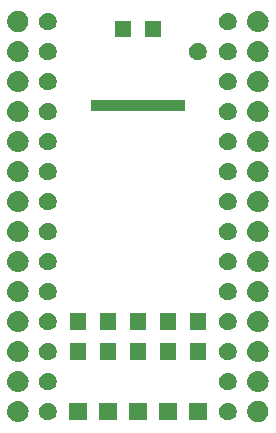
<source format=gts>
G04 #@! TF.GenerationSoftware,KiCad,Pcbnew,(5.1.4)-1*
G04 #@! TF.CreationDate,2019-11-09T18:50:37+08:00*
G04 #@! TF.ProjectId,teensy4_header_breakout,7465656e-7379-4345-9f68-65616465725f,rev?*
G04 #@! TF.SameCoordinates,Original*
G04 #@! TF.FileFunction,Soldermask,Top*
G04 #@! TF.FilePolarity,Negative*
%FSLAX46Y46*%
G04 Gerber Fmt 4.6, Leading zero omitted, Abs format (unit mm)*
G04 Created by KiCad (PCBNEW (5.1.4)-1) date 2019-11-09 18:50:37*
%MOMM*%
%LPD*%
G04 APERTURE LIST*
%ADD10C,0.100000*%
G04 APERTURE END LIST*
D10*
G36*
X170442754Y-113433817D02*
G01*
X170606689Y-113501721D01*
X170754227Y-113600303D01*
X170879697Y-113725773D01*
X170978279Y-113873311D01*
X171046183Y-114037246D01*
X171080800Y-114211279D01*
X171080800Y-114388721D01*
X171046183Y-114562754D01*
X170978279Y-114726689D01*
X170879697Y-114874227D01*
X170754227Y-114999697D01*
X170606689Y-115098279D01*
X170442754Y-115166183D01*
X170268721Y-115200800D01*
X170091279Y-115200800D01*
X169917246Y-115166183D01*
X169753311Y-115098279D01*
X169605773Y-114999697D01*
X169480303Y-114874227D01*
X169381721Y-114726689D01*
X169313817Y-114562754D01*
X169279200Y-114388721D01*
X169279200Y-114211279D01*
X169313817Y-114037246D01*
X169381721Y-113873311D01*
X169480303Y-113725773D01*
X169605773Y-113600303D01*
X169753311Y-113501721D01*
X169917246Y-113433817D01*
X170091279Y-113399200D01*
X170268721Y-113399200D01*
X170442754Y-113433817D01*
X170442754Y-113433817D01*
G37*
G36*
X150036584Y-113412233D02*
G01*
X150036587Y-113412234D01*
X150036588Y-113412234D01*
X150206389Y-113463743D01*
X150253861Y-113489117D01*
X150362881Y-113547389D01*
X150500044Y-113659956D01*
X150612611Y-113797119D01*
X150653336Y-113873311D01*
X150696257Y-113953611D01*
X150734723Y-114080416D01*
X150747767Y-114123416D01*
X150765159Y-114300000D01*
X150747767Y-114476584D01*
X150747766Y-114476587D01*
X150747766Y-114476588D01*
X150696257Y-114646389D01*
X150690807Y-114656585D01*
X150612611Y-114802881D01*
X150500044Y-114940044D01*
X150362881Y-115052611D01*
X150277441Y-115098279D01*
X150206389Y-115136257D01*
X150036588Y-115187766D01*
X150036587Y-115187766D01*
X150036584Y-115187767D01*
X149904255Y-115200800D01*
X149815745Y-115200800D01*
X149683416Y-115187767D01*
X149683413Y-115187766D01*
X149683412Y-115187766D01*
X149513611Y-115136257D01*
X149442559Y-115098279D01*
X149357119Y-115052611D01*
X149219956Y-114940044D01*
X149107389Y-114802881D01*
X149029193Y-114656585D01*
X149023743Y-114646389D01*
X148972234Y-114476588D01*
X148972234Y-114476587D01*
X148972233Y-114476584D01*
X148954841Y-114300000D01*
X148972233Y-114123416D01*
X148985277Y-114080416D01*
X149023743Y-113953611D01*
X149066664Y-113873311D01*
X149107389Y-113797119D01*
X149219956Y-113659956D01*
X149357119Y-113547389D01*
X149466139Y-113489117D01*
X149513611Y-113463743D01*
X149683412Y-113412234D01*
X149683413Y-113412234D01*
X149683416Y-113412233D01*
X149815745Y-113399200D01*
X149904255Y-113399200D01*
X150036584Y-113412233D01*
X150036584Y-113412233D01*
G37*
G36*
X160772800Y-115052800D02*
G01*
X159267200Y-115052800D01*
X159267200Y-113547200D01*
X160772800Y-113547200D01*
X160772800Y-115052800D01*
X160772800Y-115052800D01*
G37*
G36*
X163312800Y-115052800D02*
G01*
X161807200Y-115052800D01*
X161807200Y-113547200D01*
X163312800Y-113547200D01*
X163312800Y-115052800D01*
X163312800Y-115052800D01*
G37*
G36*
X167859584Y-113576130D02*
G01*
X167996585Y-113632877D01*
X168119883Y-113715263D01*
X168224737Y-113820117D01*
X168307123Y-113943415D01*
X168363870Y-114080416D01*
X168392800Y-114225855D01*
X168392800Y-114374145D01*
X168363870Y-114519584D01*
X168307123Y-114656585D01*
X168224737Y-114779883D01*
X168119883Y-114884737D01*
X167996585Y-114967123D01*
X167859584Y-115023870D01*
X167714145Y-115052800D01*
X167565855Y-115052800D01*
X167420416Y-115023870D01*
X167283415Y-114967123D01*
X167160117Y-114884737D01*
X167055263Y-114779883D01*
X166972877Y-114656585D01*
X166916130Y-114519584D01*
X166887200Y-114374145D01*
X166887200Y-114225855D01*
X166916130Y-114080416D01*
X166972877Y-113943415D01*
X167055263Y-113820117D01*
X167160117Y-113715263D01*
X167283415Y-113632877D01*
X167420416Y-113576130D01*
X167565855Y-113547200D01*
X167714145Y-113547200D01*
X167859584Y-113576130D01*
X167859584Y-113576130D01*
G37*
G36*
X165852800Y-115052800D02*
G01*
X164347200Y-115052800D01*
X164347200Y-113547200D01*
X165852800Y-113547200D01*
X165852800Y-115052800D01*
X165852800Y-115052800D01*
G37*
G36*
X152619584Y-113576130D02*
G01*
X152756585Y-113632877D01*
X152879883Y-113715263D01*
X152984737Y-113820117D01*
X153067123Y-113943415D01*
X153123870Y-114080416D01*
X153152800Y-114225855D01*
X153152800Y-114374145D01*
X153123870Y-114519584D01*
X153067123Y-114656585D01*
X152984737Y-114779883D01*
X152879883Y-114884737D01*
X152756585Y-114967123D01*
X152619584Y-115023870D01*
X152474145Y-115052800D01*
X152325855Y-115052800D01*
X152180416Y-115023870D01*
X152043415Y-114967123D01*
X151920117Y-114884737D01*
X151815263Y-114779883D01*
X151732877Y-114656585D01*
X151676130Y-114519584D01*
X151647200Y-114374145D01*
X151647200Y-114225855D01*
X151676130Y-114080416D01*
X151732877Y-113943415D01*
X151815263Y-113820117D01*
X151920117Y-113715263D01*
X152043415Y-113632877D01*
X152180416Y-113576130D01*
X152325855Y-113547200D01*
X152474145Y-113547200D01*
X152619584Y-113576130D01*
X152619584Y-113576130D01*
G37*
G36*
X155692800Y-115052800D02*
G01*
X154187200Y-115052800D01*
X154187200Y-113547200D01*
X155692800Y-113547200D01*
X155692800Y-115052800D01*
X155692800Y-115052800D01*
G37*
G36*
X158232800Y-115052800D02*
G01*
X156727200Y-115052800D01*
X156727200Y-113547200D01*
X158232800Y-113547200D01*
X158232800Y-115052800D01*
X158232800Y-115052800D01*
G37*
G36*
X150036584Y-110872233D02*
G01*
X150036587Y-110872234D01*
X150036588Y-110872234D01*
X150206389Y-110923743D01*
X150253861Y-110949117D01*
X150362881Y-111007389D01*
X150500044Y-111119956D01*
X150612611Y-111257119D01*
X150670883Y-111366139D01*
X150696257Y-111413611D01*
X150734723Y-111540416D01*
X150747767Y-111583416D01*
X150765159Y-111760000D01*
X150747767Y-111936584D01*
X150747766Y-111936587D01*
X150747766Y-111936588D01*
X150696257Y-112106389D01*
X150690807Y-112116585D01*
X150612611Y-112262881D01*
X150500044Y-112400044D01*
X150362881Y-112512611D01*
X150253861Y-112570883D01*
X150206389Y-112596257D01*
X150036588Y-112647766D01*
X150036587Y-112647766D01*
X150036584Y-112647767D01*
X149904255Y-112660800D01*
X149815745Y-112660800D01*
X149683416Y-112647767D01*
X149683413Y-112647766D01*
X149683412Y-112647766D01*
X149513611Y-112596257D01*
X149466139Y-112570883D01*
X149357119Y-112512611D01*
X149219956Y-112400044D01*
X149107389Y-112262881D01*
X149029193Y-112116585D01*
X149023743Y-112106389D01*
X148972234Y-111936588D01*
X148972234Y-111936587D01*
X148972233Y-111936584D01*
X148954841Y-111760000D01*
X148972233Y-111583416D01*
X148985277Y-111540416D01*
X149023743Y-111413611D01*
X149049117Y-111366139D01*
X149107389Y-111257119D01*
X149219956Y-111119956D01*
X149357119Y-111007389D01*
X149466139Y-110949117D01*
X149513611Y-110923743D01*
X149683412Y-110872234D01*
X149683413Y-110872234D01*
X149683416Y-110872233D01*
X149815745Y-110859200D01*
X149904255Y-110859200D01*
X150036584Y-110872233D01*
X150036584Y-110872233D01*
G37*
G36*
X170356584Y-110872233D02*
G01*
X170356587Y-110872234D01*
X170356588Y-110872234D01*
X170526389Y-110923743D01*
X170573861Y-110949117D01*
X170682881Y-111007389D01*
X170820044Y-111119956D01*
X170932611Y-111257119D01*
X170990883Y-111366139D01*
X171016257Y-111413611D01*
X171054723Y-111540416D01*
X171067767Y-111583416D01*
X171085159Y-111760000D01*
X171067767Y-111936584D01*
X171067766Y-111936587D01*
X171067766Y-111936588D01*
X171016257Y-112106389D01*
X171010807Y-112116585D01*
X170932611Y-112262881D01*
X170820044Y-112400044D01*
X170682881Y-112512611D01*
X170573861Y-112570883D01*
X170526389Y-112596257D01*
X170356588Y-112647766D01*
X170356587Y-112647766D01*
X170356584Y-112647767D01*
X170224255Y-112660800D01*
X170135745Y-112660800D01*
X170003416Y-112647767D01*
X170003413Y-112647766D01*
X170003412Y-112647766D01*
X169833611Y-112596257D01*
X169786139Y-112570883D01*
X169677119Y-112512611D01*
X169539956Y-112400044D01*
X169427389Y-112262881D01*
X169349193Y-112116585D01*
X169343743Y-112106389D01*
X169292234Y-111936588D01*
X169292234Y-111936587D01*
X169292233Y-111936584D01*
X169274841Y-111760000D01*
X169292233Y-111583416D01*
X169305277Y-111540416D01*
X169343743Y-111413611D01*
X169369117Y-111366139D01*
X169427389Y-111257119D01*
X169539956Y-111119956D01*
X169677119Y-111007389D01*
X169786139Y-110949117D01*
X169833611Y-110923743D01*
X170003412Y-110872234D01*
X170003413Y-110872234D01*
X170003416Y-110872233D01*
X170135745Y-110859200D01*
X170224255Y-110859200D01*
X170356584Y-110872233D01*
X170356584Y-110872233D01*
G37*
G36*
X152619584Y-111036130D02*
G01*
X152756585Y-111092877D01*
X152879883Y-111175263D01*
X152984737Y-111280117D01*
X153067123Y-111403415D01*
X153123870Y-111540416D01*
X153152800Y-111685855D01*
X153152800Y-111834145D01*
X153123870Y-111979584D01*
X153067123Y-112116585D01*
X152984737Y-112239883D01*
X152879883Y-112344737D01*
X152756585Y-112427123D01*
X152619584Y-112483870D01*
X152474145Y-112512800D01*
X152325855Y-112512800D01*
X152180416Y-112483870D01*
X152043415Y-112427123D01*
X151920117Y-112344737D01*
X151815263Y-112239883D01*
X151732877Y-112116585D01*
X151676130Y-111979584D01*
X151647200Y-111834145D01*
X151647200Y-111685855D01*
X151676130Y-111540416D01*
X151732877Y-111403415D01*
X151815263Y-111280117D01*
X151920117Y-111175263D01*
X152043415Y-111092877D01*
X152180416Y-111036130D01*
X152325855Y-111007200D01*
X152474145Y-111007200D01*
X152619584Y-111036130D01*
X152619584Y-111036130D01*
G37*
G36*
X167859584Y-111036130D02*
G01*
X167996585Y-111092877D01*
X168119883Y-111175263D01*
X168224737Y-111280117D01*
X168307123Y-111403415D01*
X168363870Y-111540416D01*
X168392800Y-111685855D01*
X168392800Y-111834145D01*
X168363870Y-111979584D01*
X168307123Y-112116585D01*
X168224737Y-112239883D01*
X168119883Y-112344737D01*
X167996585Y-112427123D01*
X167859584Y-112483870D01*
X167714145Y-112512800D01*
X167565855Y-112512800D01*
X167420416Y-112483870D01*
X167283415Y-112427123D01*
X167160117Y-112344737D01*
X167055263Y-112239883D01*
X166972877Y-112116585D01*
X166916130Y-111979584D01*
X166887200Y-111834145D01*
X166887200Y-111685855D01*
X166916130Y-111540416D01*
X166972877Y-111403415D01*
X167055263Y-111280117D01*
X167160117Y-111175263D01*
X167283415Y-111092877D01*
X167420416Y-111036130D01*
X167565855Y-111007200D01*
X167714145Y-111007200D01*
X167859584Y-111036130D01*
X167859584Y-111036130D01*
G37*
G36*
X170356584Y-108332233D02*
G01*
X170356587Y-108332234D01*
X170356588Y-108332234D01*
X170526389Y-108383743D01*
X170573861Y-108409117D01*
X170682881Y-108467389D01*
X170820044Y-108579956D01*
X170932611Y-108717119D01*
X170990883Y-108826139D01*
X171016257Y-108873611D01*
X171054723Y-109000416D01*
X171067767Y-109043416D01*
X171085159Y-109220000D01*
X171067767Y-109396584D01*
X171067766Y-109396587D01*
X171067766Y-109396588D01*
X171016257Y-109566389D01*
X171010807Y-109576585D01*
X170932611Y-109722881D01*
X170820044Y-109860044D01*
X170682881Y-109972611D01*
X170573861Y-110030883D01*
X170526389Y-110056257D01*
X170356588Y-110107766D01*
X170356587Y-110107766D01*
X170356584Y-110107767D01*
X170224255Y-110120800D01*
X170135745Y-110120800D01*
X170003416Y-110107767D01*
X170003413Y-110107766D01*
X170003412Y-110107766D01*
X169833611Y-110056257D01*
X169786139Y-110030883D01*
X169677119Y-109972611D01*
X169539956Y-109860044D01*
X169427389Y-109722881D01*
X169349193Y-109576585D01*
X169343743Y-109566389D01*
X169292234Y-109396588D01*
X169292234Y-109396587D01*
X169292233Y-109396584D01*
X169274841Y-109220000D01*
X169292233Y-109043416D01*
X169305277Y-109000416D01*
X169343743Y-108873611D01*
X169369117Y-108826139D01*
X169427389Y-108717119D01*
X169539956Y-108579956D01*
X169677119Y-108467389D01*
X169786139Y-108409117D01*
X169833611Y-108383743D01*
X170003412Y-108332234D01*
X170003413Y-108332234D01*
X170003416Y-108332233D01*
X170135745Y-108319200D01*
X170224255Y-108319200D01*
X170356584Y-108332233D01*
X170356584Y-108332233D01*
G37*
G36*
X150036584Y-108332233D02*
G01*
X150036587Y-108332234D01*
X150036588Y-108332234D01*
X150206389Y-108383743D01*
X150253861Y-108409117D01*
X150362881Y-108467389D01*
X150500044Y-108579956D01*
X150612611Y-108717119D01*
X150670883Y-108826139D01*
X150696257Y-108873611D01*
X150734723Y-109000416D01*
X150747767Y-109043416D01*
X150765159Y-109220000D01*
X150747767Y-109396584D01*
X150747766Y-109396587D01*
X150747766Y-109396588D01*
X150696257Y-109566389D01*
X150690807Y-109576585D01*
X150612611Y-109722881D01*
X150500044Y-109860044D01*
X150362881Y-109972611D01*
X150253861Y-110030883D01*
X150206389Y-110056257D01*
X150036588Y-110107766D01*
X150036587Y-110107766D01*
X150036584Y-110107767D01*
X149904255Y-110120800D01*
X149815745Y-110120800D01*
X149683416Y-110107767D01*
X149683413Y-110107766D01*
X149683412Y-110107766D01*
X149513611Y-110056257D01*
X149466139Y-110030883D01*
X149357119Y-109972611D01*
X149219956Y-109860044D01*
X149107389Y-109722881D01*
X149029193Y-109576585D01*
X149023743Y-109566389D01*
X148972234Y-109396588D01*
X148972234Y-109396587D01*
X148972233Y-109396584D01*
X148954841Y-109220000D01*
X148972233Y-109043416D01*
X148985277Y-109000416D01*
X149023743Y-108873611D01*
X149049117Y-108826139D01*
X149107389Y-108717119D01*
X149219956Y-108579956D01*
X149357119Y-108467389D01*
X149466139Y-108409117D01*
X149513611Y-108383743D01*
X149683412Y-108332234D01*
X149683413Y-108332234D01*
X149683416Y-108332233D01*
X149815745Y-108319200D01*
X149904255Y-108319200D01*
X150036584Y-108332233D01*
X150036584Y-108332233D01*
G37*
G36*
X152619584Y-108496130D02*
G01*
X152756585Y-108552877D01*
X152879883Y-108635263D01*
X152984737Y-108740117D01*
X153067123Y-108863415D01*
X153123870Y-109000416D01*
X153152800Y-109145855D01*
X153152800Y-109294145D01*
X153123870Y-109439584D01*
X153067123Y-109576585D01*
X152984737Y-109699883D01*
X152879883Y-109804737D01*
X152756585Y-109887123D01*
X152619584Y-109943870D01*
X152474145Y-109972800D01*
X152325855Y-109972800D01*
X152180416Y-109943870D01*
X152043415Y-109887123D01*
X151920117Y-109804737D01*
X151815263Y-109699883D01*
X151732877Y-109576585D01*
X151676130Y-109439584D01*
X151647200Y-109294145D01*
X151647200Y-109145855D01*
X151676130Y-109000416D01*
X151732877Y-108863415D01*
X151815263Y-108740117D01*
X151920117Y-108635263D01*
X152043415Y-108552877D01*
X152180416Y-108496130D01*
X152325855Y-108467200D01*
X152474145Y-108467200D01*
X152619584Y-108496130D01*
X152619584Y-108496130D01*
G37*
G36*
X167859584Y-108496130D02*
G01*
X167996585Y-108552877D01*
X168119883Y-108635263D01*
X168224737Y-108740117D01*
X168307123Y-108863415D01*
X168363870Y-109000416D01*
X168392800Y-109145855D01*
X168392800Y-109294145D01*
X168363870Y-109439584D01*
X168307123Y-109576585D01*
X168224737Y-109699883D01*
X168119883Y-109804737D01*
X167996585Y-109887123D01*
X167859584Y-109943870D01*
X167714145Y-109972800D01*
X167565855Y-109972800D01*
X167420416Y-109943870D01*
X167283415Y-109887123D01*
X167160117Y-109804737D01*
X167055263Y-109699883D01*
X166972877Y-109576585D01*
X166916130Y-109439584D01*
X166887200Y-109294145D01*
X166887200Y-109145855D01*
X166916130Y-109000416D01*
X166972877Y-108863415D01*
X167055263Y-108740117D01*
X167160117Y-108635263D01*
X167283415Y-108552877D01*
X167420416Y-108496130D01*
X167565855Y-108467200D01*
X167714145Y-108467200D01*
X167859584Y-108496130D01*
X167859584Y-108496130D01*
G37*
G36*
X160722800Y-109922800D02*
G01*
X159317200Y-109922800D01*
X159317200Y-108517200D01*
X160722800Y-108517200D01*
X160722800Y-109922800D01*
X160722800Y-109922800D01*
G37*
G36*
X155642800Y-109922800D02*
G01*
X154237200Y-109922800D01*
X154237200Y-108517200D01*
X155642800Y-108517200D01*
X155642800Y-109922800D01*
X155642800Y-109922800D01*
G37*
G36*
X165802800Y-109922800D02*
G01*
X164397200Y-109922800D01*
X164397200Y-108517200D01*
X165802800Y-108517200D01*
X165802800Y-109922800D01*
X165802800Y-109922800D01*
G37*
G36*
X158182800Y-109922800D02*
G01*
X156777200Y-109922800D01*
X156777200Y-108517200D01*
X158182800Y-108517200D01*
X158182800Y-109922800D01*
X158182800Y-109922800D01*
G37*
G36*
X163262800Y-109922800D02*
G01*
X161857200Y-109922800D01*
X161857200Y-108517200D01*
X163262800Y-108517200D01*
X163262800Y-109922800D01*
X163262800Y-109922800D01*
G37*
G36*
X170356584Y-105792233D02*
G01*
X170356587Y-105792234D01*
X170356588Y-105792234D01*
X170526389Y-105843743D01*
X170573861Y-105869117D01*
X170682881Y-105927389D01*
X170820044Y-106039956D01*
X170932611Y-106177119D01*
X170990883Y-106286139D01*
X171016257Y-106333611D01*
X171054723Y-106460416D01*
X171067767Y-106503416D01*
X171085159Y-106680000D01*
X171067767Y-106856584D01*
X171067766Y-106856587D01*
X171067766Y-106856588D01*
X171016257Y-107026389D01*
X171010807Y-107036585D01*
X170932611Y-107182881D01*
X170820044Y-107320044D01*
X170682881Y-107432611D01*
X170573861Y-107490883D01*
X170526389Y-107516257D01*
X170356588Y-107567766D01*
X170356587Y-107567766D01*
X170356584Y-107567767D01*
X170224255Y-107580800D01*
X170135745Y-107580800D01*
X170003416Y-107567767D01*
X170003413Y-107567766D01*
X170003412Y-107567766D01*
X169833611Y-107516257D01*
X169786139Y-107490883D01*
X169677119Y-107432611D01*
X169539956Y-107320044D01*
X169427389Y-107182881D01*
X169349193Y-107036585D01*
X169343743Y-107026389D01*
X169292234Y-106856588D01*
X169292234Y-106856587D01*
X169292233Y-106856584D01*
X169274841Y-106680000D01*
X169292233Y-106503416D01*
X169305277Y-106460416D01*
X169343743Y-106333611D01*
X169369117Y-106286139D01*
X169427389Y-106177119D01*
X169539956Y-106039956D01*
X169677119Y-105927389D01*
X169786139Y-105869117D01*
X169833611Y-105843743D01*
X170003412Y-105792234D01*
X170003413Y-105792234D01*
X170003416Y-105792233D01*
X170135745Y-105779200D01*
X170224255Y-105779200D01*
X170356584Y-105792233D01*
X170356584Y-105792233D01*
G37*
G36*
X150036584Y-105792233D02*
G01*
X150036587Y-105792234D01*
X150036588Y-105792234D01*
X150206389Y-105843743D01*
X150253861Y-105869117D01*
X150362881Y-105927389D01*
X150500044Y-106039956D01*
X150612611Y-106177119D01*
X150670883Y-106286139D01*
X150696257Y-106333611D01*
X150734723Y-106460416D01*
X150747767Y-106503416D01*
X150765159Y-106680000D01*
X150747767Y-106856584D01*
X150747766Y-106856587D01*
X150747766Y-106856588D01*
X150696257Y-107026389D01*
X150690807Y-107036585D01*
X150612611Y-107182881D01*
X150500044Y-107320044D01*
X150362881Y-107432611D01*
X150253861Y-107490883D01*
X150206389Y-107516257D01*
X150036588Y-107567766D01*
X150036587Y-107567766D01*
X150036584Y-107567767D01*
X149904255Y-107580800D01*
X149815745Y-107580800D01*
X149683416Y-107567767D01*
X149683413Y-107567766D01*
X149683412Y-107567766D01*
X149513611Y-107516257D01*
X149466139Y-107490883D01*
X149357119Y-107432611D01*
X149219956Y-107320044D01*
X149107389Y-107182881D01*
X149029193Y-107036585D01*
X149023743Y-107026389D01*
X148972234Y-106856588D01*
X148972234Y-106856587D01*
X148972233Y-106856584D01*
X148954841Y-106680000D01*
X148972233Y-106503416D01*
X148985277Y-106460416D01*
X149023743Y-106333611D01*
X149049117Y-106286139D01*
X149107389Y-106177119D01*
X149219956Y-106039956D01*
X149357119Y-105927389D01*
X149466139Y-105869117D01*
X149513611Y-105843743D01*
X149683412Y-105792234D01*
X149683413Y-105792234D01*
X149683416Y-105792233D01*
X149815745Y-105779200D01*
X149904255Y-105779200D01*
X150036584Y-105792233D01*
X150036584Y-105792233D01*
G37*
G36*
X167859584Y-105956130D02*
G01*
X167996585Y-106012877D01*
X168119883Y-106095263D01*
X168224737Y-106200117D01*
X168307123Y-106323415D01*
X168363870Y-106460416D01*
X168392800Y-106605855D01*
X168392800Y-106754145D01*
X168363870Y-106899584D01*
X168307123Y-107036585D01*
X168224737Y-107159883D01*
X168119883Y-107264737D01*
X167996585Y-107347123D01*
X167859584Y-107403870D01*
X167714145Y-107432800D01*
X167565855Y-107432800D01*
X167420416Y-107403870D01*
X167283415Y-107347123D01*
X167160117Y-107264737D01*
X167055263Y-107159883D01*
X166972877Y-107036585D01*
X166916130Y-106899584D01*
X166887200Y-106754145D01*
X166887200Y-106605855D01*
X166916130Y-106460416D01*
X166972877Y-106323415D01*
X167055263Y-106200117D01*
X167160117Y-106095263D01*
X167283415Y-106012877D01*
X167420416Y-105956130D01*
X167565855Y-105927200D01*
X167714145Y-105927200D01*
X167859584Y-105956130D01*
X167859584Y-105956130D01*
G37*
G36*
X152619584Y-105956130D02*
G01*
X152756585Y-106012877D01*
X152879883Y-106095263D01*
X152984737Y-106200117D01*
X153067123Y-106323415D01*
X153123870Y-106460416D01*
X153152800Y-106605855D01*
X153152800Y-106754145D01*
X153123870Y-106899584D01*
X153067123Y-107036585D01*
X152984737Y-107159883D01*
X152879883Y-107264737D01*
X152756585Y-107347123D01*
X152619584Y-107403870D01*
X152474145Y-107432800D01*
X152325855Y-107432800D01*
X152180416Y-107403870D01*
X152043415Y-107347123D01*
X151920117Y-107264737D01*
X151815263Y-107159883D01*
X151732877Y-107036585D01*
X151676130Y-106899584D01*
X151647200Y-106754145D01*
X151647200Y-106605855D01*
X151676130Y-106460416D01*
X151732877Y-106323415D01*
X151815263Y-106200117D01*
X151920117Y-106095263D01*
X152043415Y-106012877D01*
X152180416Y-105956130D01*
X152325855Y-105927200D01*
X152474145Y-105927200D01*
X152619584Y-105956130D01*
X152619584Y-105956130D01*
G37*
G36*
X158182800Y-107382800D02*
G01*
X156777200Y-107382800D01*
X156777200Y-105977200D01*
X158182800Y-105977200D01*
X158182800Y-107382800D01*
X158182800Y-107382800D01*
G37*
G36*
X163262800Y-107382800D02*
G01*
X161857200Y-107382800D01*
X161857200Y-105977200D01*
X163262800Y-105977200D01*
X163262800Y-107382800D01*
X163262800Y-107382800D01*
G37*
G36*
X160722800Y-107382800D02*
G01*
X159317200Y-107382800D01*
X159317200Y-105977200D01*
X160722800Y-105977200D01*
X160722800Y-107382800D01*
X160722800Y-107382800D01*
G37*
G36*
X155642800Y-107382800D02*
G01*
X154237200Y-107382800D01*
X154237200Y-105977200D01*
X155642800Y-105977200D01*
X155642800Y-107382800D01*
X155642800Y-107382800D01*
G37*
G36*
X165802800Y-107382800D02*
G01*
X164397200Y-107382800D01*
X164397200Y-105977200D01*
X165802800Y-105977200D01*
X165802800Y-107382800D01*
X165802800Y-107382800D01*
G37*
G36*
X150036584Y-103252233D02*
G01*
X150036587Y-103252234D01*
X150036588Y-103252234D01*
X150206389Y-103303743D01*
X150253861Y-103329117D01*
X150362881Y-103387389D01*
X150500044Y-103499956D01*
X150612611Y-103637119D01*
X150670883Y-103746139D01*
X150696257Y-103793611D01*
X150734723Y-103920416D01*
X150747767Y-103963416D01*
X150765159Y-104140000D01*
X150747767Y-104316584D01*
X150747766Y-104316587D01*
X150747766Y-104316588D01*
X150696257Y-104486389D01*
X150690807Y-104496585D01*
X150612611Y-104642881D01*
X150500044Y-104780044D01*
X150362881Y-104892611D01*
X150253861Y-104950883D01*
X150206389Y-104976257D01*
X150036588Y-105027766D01*
X150036587Y-105027766D01*
X150036584Y-105027767D01*
X149904255Y-105040800D01*
X149815745Y-105040800D01*
X149683416Y-105027767D01*
X149683413Y-105027766D01*
X149683412Y-105027766D01*
X149513611Y-104976257D01*
X149466139Y-104950883D01*
X149357119Y-104892611D01*
X149219956Y-104780044D01*
X149107389Y-104642881D01*
X149029193Y-104496585D01*
X149023743Y-104486389D01*
X148972234Y-104316588D01*
X148972234Y-104316587D01*
X148972233Y-104316584D01*
X148954841Y-104140000D01*
X148972233Y-103963416D01*
X148985277Y-103920416D01*
X149023743Y-103793611D01*
X149049117Y-103746139D01*
X149107389Y-103637119D01*
X149219956Y-103499956D01*
X149357119Y-103387389D01*
X149466139Y-103329117D01*
X149513611Y-103303743D01*
X149683412Y-103252234D01*
X149683413Y-103252234D01*
X149683416Y-103252233D01*
X149815745Y-103239200D01*
X149904255Y-103239200D01*
X150036584Y-103252233D01*
X150036584Y-103252233D01*
G37*
G36*
X170356584Y-103252233D02*
G01*
X170356587Y-103252234D01*
X170356588Y-103252234D01*
X170526389Y-103303743D01*
X170573861Y-103329117D01*
X170682881Y-103387389D01*
X170820044Y-103499956D01*
X170932611Y-103637119D01*
X170990883Y-103746139D01*
X171016257Y-103793611D01*
X171054723Y-103920416D01*
X171067767Y-103963416D01*
X171085159Y-104140000D01*
X171067767Y-104316584D01*
X171067766Y-104316587D01*
X171067766Y-104316588D01*
X171016257Y-104486389D01*
X171010807Y-104496585D01*
X170932611Y-104642881D01*
X170820044Y-104780044D01*
X170682881Y-104892611D01*
X170573861Y-104950883D01*
X170526389Y-104976257D01*
X170356588Y-105027766D01*
X170356587Y-105027766D01*
X170356584Y-105027767D01*
X170224255Y-105040800D01*
X170135745Y-105040800D01*
X170003416Y-105027767D01*
X170003413Y-105027766D01*
X170003412Y-105027766D01*
X169833611Y-104976257D01*
X169786139Y-104950883D01*
X169677119Y-104892611D01*
X169539956Y-104780044D01*
X169427389Y-104642881D01*
X169349193Y-104496585D01*
X169343743Y-104486389D01*
X169292234Y-104316588D01*
X169292234Y-104316587D01*
X169292233Y-104316584D01*
X169274841Y-104140000D01*
X169292233Y-103963416D01*
X169305277Y-103920416D01*
X169343743Y-103793611D01*
X169369117Y-103746139D01*
X169427389Y-103637119D01*
X169539956Y-103499956D01*
X169677119Y-103387389D01*
X169786139Y-103329117D01*
X169833611Y-103303743D01*
X170003412Y-103252234D01*
X170003413Y-103252234D01*
X170003416Y-103252233D01*
X170135745Y-103239200D01*
X170224255Y-103239200D01*
X170356584Y-103252233D01*
X170356584Y-103252233D01*
G37*
G36*
X167859584Y-103416130D02*
G01*
X167996585Y-103472877D01*
X168119883Y-103555263D01*
X168224737Y-103660117D01*
X168307123Y-103783415D01*
X168363870Y-103920416D01*
X168392800Y-104065855D01*
X168392800Y-104214145D01*
X168363870Y-104359584D01*
X168307123Y-104496585D01*
X168224737Y-104619883D01*
X168119883Y-104724737D01*
X167996585Y-104807123D01*
X167859584Y-104863870D01*
X167714145Y-104892800D01*
X167565855Y-104892800D01*
X167420416Y-104863870D01*
X167283415Y-104807123D01*
X167160117Y-104724737D01*
X167055263Y-104619883D01*
X166972877Y-104496585D01*
X166916130Y-104359584D01*
X166887200Y-104214145D01*
X166887200Y-104065855D01*
X166916130Y-103920416D01*
X166972877Y-103783415D01*
X167055263Y-103660117D01*
X167160117Y-103555263D01*
X167283415Y-103472877D01*
X167420416Y-103416130D01*
X167565855Y-103387200D01*
X167714145Y-103387200D01*
X167859584Y-103416130D01*
X167859584Y-103416130D01*
G37*
G36*
X152619584Y-103416130D02*
G01*
X152756585Y-103472877D01*
X152879883Y-103555263D01*
X152984737Y-103660117D01*
X153067123Y-103783415D01*
X153123870Y-103920416D01*
X153152800Y-104065855D01*
X153152800Y-104214145D01*
X153123870Y-104359584D01*
X153067123Y-104496585D01*
X152984737Y-104619883D01*
X152879883Y-104724737D01*
X152756585Y-104807123D01*
X152619584Y-104863870D01*
X152474145Y-104892800D01*
X152325855Y-104892800D01*
X152180416Y-104863870D01*
X152043415Y-104807123D01*
X151920117Y-104724737D01*
X151815263Y-104619883D01*
X151732877Y-104496585D01*
X151676130Y-104359584D01*
X151647200Y-104214145D01*
X151647200Y-104065855D01*
X151676130Y-103920416D01*
X151732877Y-103783415D01*
X151815263Y-103660117D01*
X151920117Y-103555263D01*
X152043415Y-103472877D01*
X152180416Y-103416130D01*
X152325855Y-103387200D01*
X152474145Y-103387200D01*
X152619584Y-103416130D01*
X152619584Y-103416130D01*
G37*
G36*
X150036584Y-100712233D02*
G01*
X150036587Y-100712234D01*
X150036588Y-100712234D01*
X150206389Y-100763743D01*
X150253861Y-100789117D01*
X150362881Y-100847389D01*
X150500044Y-100959956D01*
X150612611Y-101097119D01*
X150670883Y-101206139D01*
X150696257Y-101253611D01*
X150734723Y-101380416D01*
X150747767Y-101423416D01*
X150765159Y-101600000D01*
X150747767Y-101776584D01*
X150747766Y-101776587D01*
X150747766Y-101776588D01*
X150696257Y-101946389D01*
X150690807Y-101956585D01*
X150612611Y-102102881D01*
X150500044Y-102240044D01*
X150362881Y-102352611D01*
X150253861Y-102410883D01*
X150206389Y-102436257D01*
X150036588Y-102487766D01*
X150036587Y-102487766D01*
X150036584Y-102487767D01*
X149904255Y-102500800D01*
X149815745Y-102500800D01*
X149683416Y-102487767D01*
X149683413Y-102487766D01*
X149683412Y-102487766D01*
X149513611Y-102436257D01*
X149466139Y-102410883D01*
X149357119Y-102352611D01*
X149219956Y-102240044D01*
X149107389Y-102102881D01*
X149029193Y-101956585D01*
X149023743Y-101946389D01*
X148972234Y-101776588D01*
X148972234Y-101776587D01*
X148972233Y-101776584D01*
X148954841Y-101600000D01*
X148972233Y-101423416D01*
X148985277Y-101380416D01*
X149023743Y-101253611D01*
X149049117Y-101206139D01*
X149107389Y-101097119D01*
X149219956Y-100959956D01*
X149357119Y-100847389D01*
X149466139Y-100789117D01*
X149513611Y-100763743D01*
X149683412Y-100712234D01*
X149683413Y-100712234D01*
X149683416Y-100712233D01*
X149815745Y-100699200D01*
X149904255Y-100699200D01*
X150036584Y-100712233D01*
X150036584Y-100712233D01*
G37*
G36*
X170356584Y-100712233D02*
G01*
X170356587Y-100712234D01*
X170356588Y-100712234D01*
X170526389Y-100763743D01*
X170573861Y-100789117D01*
X170682881Y-100847389D01*
X170820044Y-100959956D01*
X170932611Y-101097119D01*
X170990883Y-101206139D01*
X171016257Y-101253611D01*
X171054723Y-101380416D01*
X171067767Y-101423416D01*
X171085159Y-101600000D01*
X171067767Y-101776584D01*
X171067766Y-101776587D01*
X171067766Y-101776588D01*
X171016257Y-101946389D01*
X171010807Y-101956585D01*
X170932611Y-102102881D01*
X170820044Y-102240044D01*
X170682881Y-102352611D01*
X170573861Y-102410883D01*
X170526389Y-102436257D01*
X170356588Y-102487766D01*
X170356587Y-102487766D01*
X170356584Y-102487767D01*
X170224255Y-102500800D01*
X170135745Y-102500800D01*
X170003416Y-102487767D01*
X170003413Y-102487766D01*
X170003412Y-102487766D01*
X169833611Y-102436257D01*
X169786139Y-102410883D01*
X169677119Y-102352611D01*
X169539956Y-102240044D01*
X169427389Y-102102881D01*
X169349193Y-101956585D01*
X169343743Y-101946389D01*
X169292234Y-101776588D01*
X169292234Y-101776587D01*
X169292233Y-101776584D01*
X169274841Y-101600000D01*
X169292233Y-101423416D01*
X169305277Y-101380416D01*
X169343743Y-101253611D01*
X169369117Y-101206139D01*
X169427389Y-101097119D01*
X169539956Y-100959956D01*
X169677119Y-100847389D01*
X169786139Y-100789117D01*
X169833611Y-100763743D01*
X170003412Y-100712234D01*
X170003413Y-100712234D01*
X170003416Y-100712233D01*
X170135745Y-100699200D01*
X170224255Y-100699200D01*
X170356584Y-100712233D01*
X170356584Y-100712233D01*
G37*
G36*
X152619584Y-100876130D02*
G01*
X152756585Y-100932877D01*
X152879883Y-101015263D01*
X152984737Y-101120117D01*
X153067123Y-101243415D01*
X153123870Y-101380416D01*
X153152800Y-101525855D01*
X153152800Y-101674145D01*
X153123870Y-101819584D01*
X153067123Y-101956585D01*
X152984737Y-102079883D01*
X152879883Y-102184737D01*
X152756585Y-102267123D01*
X152619584Y-102323870D01*
X152474145Y-102352800D01*
X152325855Y-102352800D01*
X152180416Y-102323870D01*
X152043415Y-102267123D01*
X151920117Y-102184737D01*
X151815263Y-102079883D01*
X151732877Y-101956585D01*
X151676130Y-101819584D01*
X151647200Y-101674145D01*
X151647200Y-101525855D01*
X151676130Y-101380416D01*
X151732877Y-101243415D01*
X151815263Y-101120117D01*
X151920117Y-101015263D01*
X152043415Y-100932877D01*
X152180416Y-100876130D01*
X152325855Y-100847200D01*
X152474145Y-100847200D01*
X152619584Y-100876130D01*
X152619584Y-100876130D01*
G37*
G36*
X167859584Y-100876130D02*
G01*
X167996585Y-100932877D01*
X168119883Y-101015263D01*
X168224737Y-101120117D01*
X168307123Y-101243415D01*
X168363870Y-101380416D01*
X168392800Y-101525855D01*
X168392800Y-101674145D01*
X168363870Y-101819584D01*
X168307123Y-101956585D01*
X168224737Y-102079883D01*
X168119883Y-102184737D01*
X167996585Y-102267123D01*
X167859584Y-102323870D01*
X167714145Y-102352800D01*
X167565855Y-102352800D01*
X167420416Y-102323870D01*
X167283415Y-102267123D01*
X167160117Y-102184737D01*
X167055263Y-102079883D01*
X166972877Y-101956585D01*
X166916130Y-101819584D01*
X166887200Y-101674145D01*
X166887200Y-101525855D01*
X166916130Y-101380416D01*
X166972877Y-101243415D01*
X167055263Y-101120117D01*
X167160117Y-101015263D01*
X167283415Y-100932877D01*
X167420416Y-100876130D01*
X167565855Y-100847200D01*
X167714145Y-100847200D01*
X167859584Y-100876130D01*
X167859584Y-100876130D01*
G37*
G36*
X150036584Y-98172233D02*
G01*
X150036587Y-98172234D01*
X150036588Y-98172234D01*
X150206389Y-98223743D01*
X150253861Y-98249117D01*
X150362881Y-98307389D01*
X150500044Y-98419956D01*
X150612611Y-98557119D01*
X150670883Y-98666139D01*
X150696257Y-98713611D01*
X150734723Y-98840416D01*
X150747767Y-98883416D01*
X150765159Y-99060000D01*
X150747767Y-99236584D01*
X150747766Y-99236587D01*
X150747766Y-99236588D01*
X150696257Y-99406389D01*
X150690807Y-99416585D01*
X150612611Y-99562881D01*
X150500044Y-99700044D01*
X150362881Y-99812611D01*
X150253861Y-99870883D01*
X150206389Y-99896257D01*
X150036588Y-99947766D01*
X150036587Y-99947766D01*
X150036584Y-99947767D01*
X149904255Y-99960800D01*
X149815745Y-99960800D01*
X149683416Y-99947767D01*
X149683413Y-99947766D01*
X149683412Y-99947766D01*
X149513611Y-99896257D01*
X149466139Y-99870883D01*
X149357119Y-99812611D01*
X149219956Y-99700044D01*
X149107389Y-99562881D01*
X149029193Y-99416585D01*
X149023743Y-99406389D01*
X148972234Y-99236588D01*
X148972234Y-99236587D01*
X148972233Y-99236584D01*
X148954841Y-99060000D01*
X148972233Y-98883416D01*
X148985277Y-98840416D01*
X149023743Y-98713611D01*
X149049117Y-98666139D01*
X149107389Y-98557119D01*
X149219956Y-98419956D01*
X149357119Y-98307389D01*
X149466139Y-98249117D01*
X149513611Y-98223743D01*
X149683412Y-98172234D01*
X149683413Y-98172234D01*
X149683416Y-98172233D01*
X149815745Y-98159200D01*
X149904255Y-98159200D01*
X150036584Y-98172233D01*
X150036584Y-98172233D01*
G37*
G36*
X170356584Y-98172233D02*
G01*
X170356587Y-98172234D01*
X170356588Y-98172234D01*
X170526389Y-98223743D01*
X170573861Y-98249117D01*
X170682881Y-98307389D01*
X170820044Y-98419956D01*
X170932611Y-98557119D01*
X170990883Y-98666139D01*
X171016257Y-98713611D01*
X171054723Y-98840416D01*
X171067767Y-98883416D01*
X171085159Y-99060000D01*
X171067767Y-99236584D01*
X171067766Y-99236587D01*
X171067766Y-99236588D01*
X171016257Y-99406389D01*
X171010807Y-99416585D01*
X170932611Y-99562881D01*
X170820044Y-99700044D01*
X170682881Y-99812611D01*
X170573861Y-99870883D01*
X170526389Y-99896257D01*
X170356588Y-99947766D01*
X170356587Y-99947766D01*
X170356584Y-99947767D01*
X170224255Y-99960800D01*
X170135745Y-99960800D01*
X170003416Y-99947767D01*
X170003413Y-99947766D01*
X170003412Y-99947766D01*
X169833611Y-99896257D01*
X169786139Y-99870883D01*
X169677119Y-99812611D01*
X169539956Y-99700044D01*
X169427389Y-99562881D01*
X169349193Y-99416585D01*
X169343743Y-99406389D01*
X169292234Y-99236588D01*
X169292234Y-99236587D01*
X169292233Y-99236584D01*
X169274841Y-99060000D01*
X169292233Y-98883416D01*
X169305277Y-98840416D01*
X169343743Y-98713611D01*
X169369117Y-98666139D01*
X169427389Y-98557119D01*
X169539956Y-98419956D01*
X169677119Y-98307389D01*
X169786139Y-98249117D01*
X169833611Y-98223743D01*
X170003412Y-98172234D01*
X170003413Y-98172234D01*
X170003416Y-98172233D01*
X170135745Y-98159200D01*
X170224255Y-98159200D01*
X170356584Y-98172233D01*
X170356584Y-98172233D01*
G37*
G36*
X152619584Y-98336130D02*
G01*
X152756585Y-98392877D01*
X152879883Y-98475263D01*
X152984737Y-98580117D01*
X153067123Y-98703415D01*
X153123870Y-98840416D01*
X153152800Y-98985855D01*
X153152800Y-99134145D01*
X153123870Y-99279584D01*
X153067123Y-99416585D01*
X152984737Y-99539883D01*
X152879883Y-99644737D01*
X152756585Y-99727123D01*
X152619584Y-99783870D01*
X152474145Y-99812800D01*
X152325855Y-99812800D01*
X152180416Y-99783870D01*
X152043415Y-99727123D01*
X151920117Y-99644737D01*
X151815263Y-99539883D01*
X151732877Y-99416585D01*
X151676130Y-99279584D01*
X151647200Y-99134145D01*
X151647200Y-98985855D01*
X151676130Y-98840416D01*
X151732877Y-98703415D01*
X151815263Y-98580117D01*
X151920117Y-98475263D01*
X152043415Y-98392877D01*
X152180416Y-98336130D01*
X152325855Y-98307200D01*
X152474145Y-98307200D01*
X152619584Y-98336130D01*
X152619584Y-98336130D01*
G37*
G36*
X167859584Y-98336130D02*
G01*
X167996585Y-98392877D01*
X168119883Y-98475263D01*
X168224737Y-98580117D01*
X168307123Y-98703415D01*
X168363870Y-98840416D01*
X168392800Y-98985855D01*
X168392800Y-99134145D01*
X168363870Y-99279584D01*
X168307123Y-99416585D01*
X168224737Y-99539883D01*
X168119883Y-99644737D01*
X167996585Y-99727123D01*
X167859584Y-99783870D01*
X167714145Y-99812800D01*
X167565855Y-99812800D01*
X167420416Y-99783870D01*
X167283415Y-99727123D01*
X167160117Y-99644737D01*
X167055263Y-99539883D01*
X166972877Y-99416585D01*
X166916130Y-99279584D01*
X166887200Y-99134145D01*
X166887200Y-98985855D01*
X166916130Y-98840416D01*
X166972877Y-98703415D01*
X167055263Y-98580117D01*
X167160117Y-98475263D01*
X167283415Y-98392877D01*
X167420416Y-98336130D01*
X167565855Y-98307200D01*
X167714145Y-98307200D01*
X167859584Y-98336130D01*
X167859584Y-98336130D01*
G37*
G36*
X150036584Y-95632233D02*
G01*
X150036587Y-95632234D01*
X150036588Y-95632234D01*
X150206389Y-95683743D01*
X150253861Y-95709117D01*
X150362881Y-95767389D01*
X150500044Y-95879956D01*
X150612611Y-96017119D01*
X150670883Y-96126139D01*
X150696257Y-96173611D01*
X150734723Y-96300416D01*
X150747767Y-96343416D01*
X150765159Y-96520000D01*
X150747767Y-96696584D01*
X150747766Y-96696587D01*
X150747766Y-96696588D01*
X150696257Y-96866389D01*
X150690807Y-96876585D01*
X150612611Y-97022881D01*
X150500044Y-97160044D01*
X150362881Y-97272611D01*
X150253861Y-97330883D01*
X150206389Y-97356257D01*
X150036588Y-97407766D01*
X150036587Y-97407766D01*
X150036584Y-97407767D01*
X149904255Y-97420800D01*
X149815745Y-97420800D01*
X149683416Y-97407767D01*
X149683413Y-97407766D01*
X149683412Y-97407766D01*
X149513611Y-97356257D01*
X149466139Y-97330883D01*
X149357119Y-97272611D01*
X149219956Y-97160044D01*
X149107389Y-97022881D01*
X149029193Y-96876585D01*
X149023743Y-96866389D01*
X148972234Y-96696588D01*
X148972234Y-96696587D01*
X148972233Y-96696584D01*
X148954841Y-96520000D01*
X148972233Y-96343416D01*
X148985277Y-96300416D01*
X149023743Y-96173611D01*
X149049117Y-96126139D01*
X149107389Y-96017119D01*
X149219956Y-95879956D01*
X149357119Y-95767389D01*
X149466139Y-95709117D01*
X149513611Y-95683743D01*
X149683412Y-95632234D01*
X149683413Y-95632234D01*
X149683416Y-95632233D01*
X149815745Y-95619200D01*
X149904255Y-95619200D01*
X150036584Y-95632233D01*
X150036584Y-95632233D01*
G37*
G36*
X170356584Y-95632233D02*
G01*
X170356587Y-95632234D01*
X170356588Y-95632234D01*
X170526389Y-95683743D01*
X170573861Y-95709117D01*
X170682881Y-95767389D01*
X170820044Y-95879956D01*
X170932611Y-96017119D01*
X170990883Y-96126139D01*
X171016257Y-96173611D01*
X171054723Y-96300416D01*
X171067767Y-96343416D01*
X171085159Y-96520000D01*
X171067767Y-96696584D01*
X171067766Y-96696587D01*
X171067766Y-96696588D01*
X171016257Y-96866389D01*
X171010807Y-96876585D01*
X170932611Y-97022881D01*
X170820044Y-97160044D01*
X170682881Y-97272611D01*
X170573861Y-97330883D01*
X170526389Y-97356257D01*
X170356588Y-97407766D01*
X170356587Y-97407766D01*
X170356584Y-97407767D01*
X170224255Y-97420800D01*
X170135745Y-97420800D01*
X170003416Y-97407767D01*
X170003413Y-97407766D01*
X170003412Y-97407766D01*
X169833611Y-97356257D01*
X169786139Y-97330883D01*
X169677119Y-97272611D01*
X169539956Y-97160044D01*
X169427389Y-97022881D01*
X169349193Y-96876585D01*
X169343743Y-96866389D01*
X169292234Y-96696588D01*
X169292234Y-96696587D01*
X169292233Y-96696584D01*
X169274841Y-96520000D01*
X169292233Y-96343416D01*
X169305277Y-96300416D01*
X169343743Y-96173611D01*
X169369117Y-96126139D01*
X169427389Y-96017119D01*
X169539956Y-95879956D01*
X169677119Y-95767389D01*
X169786139Y-95709117D01*
X169833611Y-95683743D01*
X170003412Y-95632234D01*
X170003413Y-95632234D01*
X170003416Y-95632233D01*
X170135745Y-95619200D01*
X170224255Y-95619200D01*
X170356584Y-95632233D01*
X170356584Y-95632233D01*
G37*
G36*
X167859584Y-95796130D02*
G01*
X167996585Y-95852877D01*
X168119883Y-95935263D01*
X168224737Y-96040117D01*
X168307123Y-96163415D01*
X168363870Y-96300416D01*
X168392800Y-96445855D01*
X168392800Y-96594145D01*
X168363870Y-96739584D01*
X168307123Y-96876585D01*
X168224737Y-96999883D01*
X168119883Y-97104737D01*
X167996585Y-97187123D01*
X167859584Y-97243870D01*
X167714145Y-97272800D01*
X167565855Y-97272800D01*
X167420416Y-97243870D01*
X167283415Y-97187123D01*
X167160117Y-97104737D01*
X167055263Y-96999883D01*
X166972877Y-96876585D01*
X166916130Y-96739584D01*
X166887200Y-96594145D01*
X166887200Y-96445855D01*
X166916130Y-96300416D01*
X166972877Y-96163415D01*
X167055263Y-96040117D01*
X167160117Y-95935263D01*
X167283415Y-95852877D01*
X167420416Y-95796130D01*
X167565855Y-95767200D01*
X167714145Y-95767200D01*
X167859584Y-95796130D01*
X167859584Y-95796130D01*
G37*
G36*
X152619584Y-95796130D02*
G01*
X152756585Y-95852877D01*
X152879883Y-95935263D01*
X152984737Y-96040117D01*
X153067123Y-96163415D01*
X153123870Y-96300416D01*
X153152800Y-96445855D01*
X153152800Y-96594145D01*
X153123870Y-96739584D01*
X153067123Y-96876585D01*
X152984737Y-96999883D01*
X152879883Y-97104737D01*
X152756585Y-97187123D01*
X152619584Y-97243870D01*
X152474145Y-97272800D01*
X152325855Y-97272800D01*
X152180416Y-97243870D01*
X152043415Y-97187123D01*
X151920117Y-97104737D01*
X151815263Y-96999883D01*
X151732877Y-96876585D01*
X151676130Y-96739584D01*
X151647200Y-96594145D01*
X151647200Y-96445855D01*
X151676130Y-96300416D01*
X151732877Y-96163415D01*
X151815263Y-96040117D01*
X151920117Y-95935263D01*
X152043415Y-95852877D01*
X152180416Y-95796130D01*
X152325855Y-95767200D01*
X152474145Y-95767200D01*
X152619584Y-95796130D01*
X152619584Y-95796130D01*
G37*
G36*
X170356584Y-93092233D02*
G01*
X170356587Y-93092234D01*
X170356588Y-93092234D01*
X170526389Y-93143743D01*
X170573861Y-93169117D01*
X170682881Y-93227389D01*
X170820044Y-93339956D01*
X170932611Y-93477119D01*
X170990883Y-93586139D01*
X171016257Y-93633611D01*
X171054723Y-93760416D01*
X171067767Y-93803416D01*
X171085159Y-93980000D01*
X171067767Y-94156584D01*
X171067766Y-94156587D01*
X171067766Y-94156588D01*
X171016257Y-94326389D01*
X171010807Y-94336585D01*
X170932611Y-94482881D01*
X170820044Y-94620044D01*
X170682881Y-94732611D01*
X170573861Y-94790883D01*
X170526389Y-94816257D01*
X170356588Y-94867766D01*
X170356587Y-94867766D01*
X170356584Y-94867767D01*
X170224255Y-94880800D01*
X170135745Y-94880800D01*
X170003416Y-94867767D01*
X170003413Y-94867766D01*
X170003412Y-94867766D01*
X169833611Y-94816257D01*
X169786139Y-94790883D01*
X169677119Y-94732611D01*
X169539956Y-94620044D01*
X169427389Y-94482881D01*
X169349193Y-94336585D01*
X169343743Y-94326389D01*
X169292234Y-94156588D01*
X169292234Y-94156587D01*
X169292233Y-94156584D01*
X169274841Y-93980000D01*
X169292233Y-93803416D01*
X169305277Y-93760416D01*
X169343743Y-93633611D01*
X169369117Y-93586139D01*
X169427389Y-93477119D01*
X169539956Y-93339956D01*
X169677119Y-93227389D01*
X169786139Y-93169117D01*
X169833611Y-93143743D01*
X170003412Y-93092234D01*
X170003413Y-93092234D01*
X170003416Y-93092233D01*
X170135745Y-93079200D01*
X170224255Y-93079200D01*
X170356584Y-93092233D01*
X170356584Y-93092233D01*
G37*
G36*
X150036584Y-93092233D02*
G01*
X150036587Y-93092234D01*
X150036588Y-93092234D01*
X150206389Y-93143743D01*
X150253861Y-93169117D01*
X150362881Y-93227389D01*
X150500044Y-93339956D01*
X150612611Y-93477119D01*
X150670883Y-93586139D01*
X150696257Y-93633611D01*
X150734723Y-93760416D01*
X150747767Y-93803416D01*
X150765159Y-93980000D01*
X150747767Y-94156584D01*
X150747766Y-94156587D01*
X150747766Y-94156588D01*
X150696257Y-94326389D01*
X150690807Y-94336585D01*
X150612611Y-94482881D01*
X150500044Y-94620044D01*
X150362881Y-94732611D01*
X150253861Y-94790883D01*
X150206389Y-94816257D01*
X150036588Y-94867766D01*
X150036587Y-94867766D01*
X150036584Y-94867767D01*
X149904255Y-94880800D01*
X149815745Y-94880800D01*
X149683416Y-94867767D01*
X149683413Y-94867766D01*
X149683412Y-94867766D01*
X149513611Y-94816257D01*
X149466139Y-94790883D01*
X149357119Y-94732611D01*
X149219956Y-94620044D01*
X149107389Y-94482881D01*
X149029193Y-94336585D01*
X149023743Y-94326389D01*
X148972234Y-94156588D01*
X148972234Y-94156587D01*
X148972233Y-94156584D01*
X148954841Y-93980000D01*
X148972233Y-93803416D01*
X148985277Y-93760416D01*
X149023743Y-93633611D01*
X149049117Y-93586139D01*
X149107389Y-93477119D01*
X149219956Y-93339956D01*
X149357119Y-93227389D01*
X149466139Y-93169117D01*
X149513611Y-93143743D01*
X149683412Y-93092234D01*
X149683413Y-93092234D01*
X149683416Y-93092233D01*
X149815745Y-93079200D01*
X149904255Y-93079200D01*
X150036584Y-93092233D01*
X150036584Y-93092233D01*
G37*
G36*
X152619584Y-93256130D02*
G01*
X152756585Y-93312877D01*
X152879883Y-93395263D01*
X152984737Y-93500117D01*
X153067123Y-93623415D01*
X153123870Y-93760416D01*
X153152800Y-93905855D01*
X153152800Y-94054145D01*
X153123870Y-94199584D01*
X153067123Y-94336585D01*
X152984737Y-94459883D01*
X152879883Y-94564737D01*
X152756585Y-94647123D01*
X152619584Y-94703870D01*
X152474145Y-94732800D01*
X152325855Y-94732800D01*
X152180416Y-94703870D01*
X152043415Y-94647123D01*
X151920117Y-94564737D01*
X151815263Y-94459883D01*
X151732877Y-94336585D01*
X151676130Y-94199584D01*
X151647200Y-94054145D01*
X151647200Y-93905855D01*
X151676130Y-93760416D01*
X151732877Y-93623415D01*
X151815263Y-93500117D01*
X151920117Y-93395263D01*
X152043415Y-93312877D01*
X152180416Y-93256130D01*
X152325855Y-93227200D01*
X152474145Y-93227200D01*
X152619584Y-93256130D01*
X152619584Y-93256130D01*
G37*
G36*
X167859584Y-93256130D02*
G01*
X167996585Y-93312877D01*
X168119883Y-93395263D01*
X168224737Y-93500117D01*
X168307123Y-93623415D01*
X168363870Y-93760416D01*
X168392800Y-93905855D01*
X168392800Y-94054145D01*
X168363870Y-94199584D01*
X168307123Y-94336585D01*
X168224737Y-94459883D01*
X168119883Y-94564737D01*
X167996585Y-94647123D01*
X167859584Y-94703870D01*
X167714145Y-94732800D01*
X167565855Y-94732800D01*
X167420416Y-94703870D01*
X167283415Y-94647123D01*
X167160117Y-94564737D01*
X167055263Y-94459883D01*
X166972877Y-94336585D01*
X166916130Y-94199584D01*
X166887200Y-94054145D01*
X166887200Y-93905855D01*
X166916130Y-93760416D01*
X166972877Y-93623415D01*
X167055263Y-93500117D01*
X167160117Y-93395263D01*
X167283415Y-93312877D01*
X167420416Y-93256130D01*
X167565855Y-93227200D01*
X167714145Y-93227200D01*
X167859584Y-93256130D01*
X167859584Y-93256130D01*
G37*
G36*
X170356584Y-90552233D02*
G01*
X170356587Y-90552234D01*
X170356588Y-90552234D01*
X170526389Y-90603743D01*
X170573861Y-90629117D01*
X170682881Y-90687389D01*
X170820044Y-90799956D01*
X170932611Y-90937119D01*
X170990883Y-91046139D01*
X171016257Y-91093611D01*
X171054723Y-91220416D01*
X171067767Y-91263416D01*
X171085159Y-91440000D01*
X171067767Y-91616584D01*
X171067766Y-91616587D01*
X171067766Y-91616588D01*
X171016257Y-91786389D01*
X171010807Y-91796585D01*
X170932611Y-91942881D01*
X170820044Y-92080044D01*
X170682881Y-92192611D01*
X170573861Y-92250883D01*
X170526389Y-92276257D01*
X170356588Y-92327766D01*
X170356587Y-92327766D01*
X170356584Y-92327767D01*
X170224255Y-92340800D01*
X170135745Y-92340800D01*
X170003416Y-92327767D01*
X170003413Y-92327766D01*
X170003412Y-92327766D01*
X169833611Y-92276257D01*
X169786139Y-92250883D01*
X169677119Y-92192611D01*
X169539956Y-92080044D01*
X169427389Y-91942881D01*
X169349193Y-91796585D01*
X169343743Y-91786389D01*
X169292234Y-91616588D01*
X169292234Y-91616587D01*
X169292233Y-91616584D01*
X169274841Y-91440000D01*
X169292233Y-91263416D01*
X169305277Y-91220416D01*
X169343743Y-91093611D01*
X169369117Y-91046139D01*
X169427389Y-90937119D01*
X169539956Y-90799956D01*
X169677119Y-90687389D01*
X169786139Y-90629117D01*
X169833611Y-90603743D01*
X170003412Y-90552234D01*
X170003413Y-90552234D01*
X170003416Y-90552233D01*
X170135745Y-90539200D01*
X170224255Y-90539200D01*
X170356584Y-90552233D01*
X170356584Y-90552233D01*
G37*
G36*
X150036584Y-90552233D02*
G01*
X150036587Y-90552234D01*
X150036588Y-90552234D01*
X150206389Y-90603743D01*
X150253861Y-90629117D01*
X150362881Y-90687389D01*
X150500044Y-90799956D01*
X150612611Y-90937119D01*
X150670883Y-91046139D01*
X150696257Y-91093611D01*
X150734723Y-91220416D01*
X150747767Y-91263416D01*
X150765159Y-91440000D01*
X150747767Y-91616584D01*
X150747766Y-91616587D01*
X150747766Y-91616588D01*
X150696257Y-91786389D01*
X150690807Y-91796585D01*
X150612611Y-91942881D01*
X150500044Y-92080044D01*
X150362881Y-92192611D01*
X150253861Y-92250883D01*
X150206389Y-92276257D01*
X150036588Y-92327766D01*
X150036587Y-92327766D01*
X150036584Y-92327767D01*
X149904255Y-92340800D01*
X149815745Y-92340800D01*
X149683416Y-92327767D01*
X149683413Y-92327766D01*
X149683412Y-92327766D01*
X149513611Y-92276257D01*
X149466139Y-92250883D01*
X149357119Y-92192611D01*
X149219956Y-92080044D01*
X149107389Y-91942881D01*
X149029193Y-91796585D01*
X149023743Y-91786389D01*
X148972234Y-91616588D01*
X148972234Y-91616587D01*
X148972233Y-91616584D01*
X148954841Y-91440000D01*
X148972233Y-91263416D01*
X148985277Y-91220416D01*
X149023743Y-91093611D01*
X149049117Y-91046139D01*
X149107389Y-90937119D01*
X149219956Y-90799956D01*
X149357119Y-90687389D01*
X149466139Y-90629117D01*
X149513611Y-90603743D01*
X149683412Y-90552234D01*
X149683413Y-90552234D01*
X149683416Y-90552233D01*
X149815745Y-90539200D01*
X149904255Y-90539200D01*
X150036584Y-90552233D01*
X150036584Y-90552233D01*
G37*
G36*
X167859584Y-90716130D02*
G01*
X167996585Y-90772877D01*
X168119883Y-90855263D01*
X168224737Y-90960117D01*
X168307123Y-91083415D01*
X168363870Y-91220416D01*
X168392800Y-91365855D01*
X168392800Y-91514145D01*
X168363870Y-91659584D01*
X168307123Y-91796585D01*
X168224737Y-91919883D01*
X168119883Y-92024737D01*
X167996585Y-92107123D01*
X167859584Y-92163870D01*
X167714145Y-92192800D01*
X167565855Y-92192800D01*
X167420416Y-92163870D01*
X167283415Y-92107123D01*
X167160117Y-92024737D01*
X167055263Y-91919883D01*
X166972877Y-91796585D01*
X166916130Y-91659584D01*
X166887200Y-91514145D01*
X166887200Y-91365855D01*
X166916130Y-91220416D01*
X166972877Y-91083415D01*
X167055263Y-90960117D01*
X167160117Y-90855263D01*
X167283415Y-90772877D01*
X167420416Y-90716130D01*
X167565855Y-90687200D01*
X167714145Y-90687200D01*
X167859584Y-90716130D01*
X167859584Y-90716130D01*
G37*
G36*
X152619584Y-90716130D02*
G01*
X152756585Y-90772877D01*
X152879883Y-90855263D01*
X152984737Y-90960117D01*
X153067123Y-91083415D01*
X153123870Y-91220416D01*
X153152800Y-91365855D01*
X153152800Y-91514145D01*
X153123870Y-91659584D01*
X153067123Y-91796585D01*
X152984737Y-91919883D01*
X152879883Y-92024737D01*
X152756585Y-92107123D01*
X152619584Y-92163870D01*
X152474145Y-92192800D01*
X152325855Y-92192800D01*
X152180416Y-92163870D01*
X152043415Y-92107123D01*
X151920117Y-92024737D01*
X151815263Y-91919883D01*
X151732877Y-91796585D01*
X151676130Y-91659584D01*
X151647200Y-91514145D01*
X151647200Y-91365855D01*
X151676130Y-91220416D01*
X151732877Y-91083415D01*
X151815263Y-90960117D01*
X151920117Y-90855263D01*
X152043415Y-90772877D01*
X152180416Y-90716130D01*
X152325855Y-90687200D01*
X152474145Y-90687200D01*
X152619584Y-90716130D01*
X152619584Y-90716130D01*
G37*
G36*
X150036584Y-88012233D02*
G01*
X150036587Y-88012234D01*
X150036588Y-88012234D01*
X150206389Y-88063743D01*
X150253861Y-88089117D01*
X150362881Y-88147389D01*
X150500044Y-88259956D01*
X150612611Y-88397119D01*
X150670883Y-88506139D01*
X150696257Y-88553611D01*
X150734723Y-88680416D01*
X150747767Y-88723416D01*
X150765159Y-88900000D01*
X150747767Y-89076584D01*
X150747766Y-89076587D01*
X150747766Y-89076588D01*
X150696257Y-89246389D01*
X150690807Y-89256585D01*
X150612611Y-89402881D01*
X150500044Y-89540044D01*
X150362881Y-89652611D01*
X150253861Y-89710883D01*
X150206389Y-89736257D01*
X150036588Y-89787766D01*
X150036587Y-89787766D01*
X150036584Y-89787767D01*
X149904255Y-89800800D01*
X149815745Y-89800800D01*
X149683416Y-89787767D01*
X149683413Y-89787766D01*
X149683412Y-89787766D01*
X149513611Y-89736257D01*
X149466139Y-89710883D01*
X149357119Y-89652611D01*
X149219956Y-89540044D01*
X149107389Y-89402881D01*
X149029193Y-89256585D01*
X149023743Y-89246389D01*
X148972234Y-89076588D01*
X148972234Y-89076587D01*
X148972233Y-89076584D01*
X148954841Y-88900000D01*
X148972233Y-88723416D01*
X148985277Y-88680416D01*
X149023743Y-88553611D01*
X149049117Y-88506139D01*
X149107389Y-88397119D01*
X149219956Y-88259956D01*
X149357119Y-88147389D01*
X149466139Y-88089117D01*
X149513611Y-88063743D01*
X149683412Y-88012234D01*
X149683413Y-88012234D01*
X149683416Y-88012233D01*
X149815745Y-87999200D01*
X149904255Y-87999200D01*
X150036584Y-88012233D01*
X150036584Y-88012233D01*
G37*
G36*
X170356584Y-88012233D02*
G01*
X170356587Y-88012234D01*
X170356588Y-88012234D01*
X170526389Y-88063743D01*
X170573861Y-88089117D01*
X170682881Y-88147389D01*
X170820044Y-88259956D01*
X170932611Y-88397119D01*
X170990883Y-88506139D01*
X171016257Y-88553611D01*
X171054723Y-88680416D01*
X171067767Y-88723416D01*
X171085159Y-88900000D01*
X171067767Y-89076584D01*
X171067766Y-89076587D01*
X171067766Y-89076588D01*
X171016257Y-89246389D01*
X171010807Y-89256585D01*
X170932611Y-89402881D01*
X170820044Y-89540044D01*
X170682881Y-89652611D01*
X170573861Y-89710883D01*
X170526389Y-89736257D01*
X170356588Y-89787766D01*
X170356587Y-89787766D01*
X170356584Y-89787767D01*
X170224255Y-89800800D01*
X170135745Y-89800800D01*
X170003416Y-89787767D01*
X170003413Y-89787766D01*
X170003412Y-89787766D01*
X169833611Y-89736257D01*
X169786139Y-89710883D01*
X169677119Y-89652611D01*
X169539956Y-89540044D01*
X169427389Y-89402881D01*
X169349193Y-89256585D01*
X169343743Y-89246389D01*
X169292234Y-89076588D01*
X169292234Y-89076587D01*
X169292233Y-89076584D01*
X169274841Y-88900000D01*
X169292233Y-88723416D01*
X169305277Y-88680416D01*
X169343743Y-88553611D01*
X169369117Y-88506139D01*
X169427389Y-88397119D01*
X169539956Y-88259956D01*
X169677119Y-88147389D01*
X169786139Y-88089117D01*
X169833611Y-88063743D01*
X170003412Y-88012234D01*
X170003413Y-88012234D01*
X170003416Y-88012233D01*
X170135745Y-87999200D01*
X170224255Y-87999200D01*
X170356584Y-88012233D01*
X170356584Y-88012233D01*
G37*
G36*
X152619584Y-88176130D02*
G01*
X152756585Y-88232877D01*
X152879883Y-88315263D01*
X152984737Y-88420117D01*
X153067123Y-88543415D01*
X153123870Y-88680416D01*
X153152800Y-88825855D01*
X153152800Y-88974145D01*
X153123870Y-89119584D01*
X153067123Y-89256585D01*
X152984737Y-89379883D01*
X152879883Y-89484737D01*
X152756585Y-89567123D01*
X152619584Y-89623870D01*
X152474145Y-89652800D01*
X152325855Y-89652800D01*
X152180416Y-89623870D01*
X152043415Y-89567123D01*
X151920117Y-89484737D01*
X151815263Y-89379883D01*
X151732877Y-89256585D01*
X151676130Y-89119584D01*
X151647200Y-88974145D01*
X151647200Y-88825855D01*
X151676130Y-88680416D01*
X151732877Y-88543415D01*
X151815263Y-88420117D01*
X151920117Y-88315263D01*
X152043415Y-88232877D01*
X152180416Y-88176130D01*
X152325855Y-88147200D01*
X152474145Y-88147200D01*
X152619584Y-88176130D01*
X152619584Y-88176130D01*
G37*
G36*
X167859584Y-88176130D02*
G01*
X167996585Y-88232877D01*
X168119883Y-88315263D01*
X168224737Y-88420117D01*
X168307123Y-88543415D01*
X168363870Y-88680416D01*
X168392800Y-88825855D01*
X168392800Y-88974145D01*
X168363870Y-89119584D01*
X168307123Y-89256585D01*
X168224737Y-89379883D01*
X168119883Y-89484737D01*
X167996585Y-89567123D01*
X167859584Y-89623870D01*
X167714145Y-89652800D01*
X167565855Y-89652800D01*
X167420416Y-89623870D01*
X167283415Y-89567123D01*
X167160117Y-89484737D01*
X167055263Y-89379883D01*
X166972877Y-89256585D01*
X166916130Y-89119584D01*
X166887200Y-88974145D01*
X166887200Y-88825855D01*
X166916130Y-88680416D01*
X166972877Y-88543415D01*
X167055263Y-88420117D01*
X167160117Y-88315263D01*
X167283415Y-88232877D01*
X167420416Y-88176130D01*
X167565855Y-88147200D01*
X167714145Y-88147200D01*
X167859584Y-88176130D01*
X167859584Y-88176130D01*
G37*
G36*
X163972800Y-88871200D02*
G01*
X156067200Y-88871200D01*
X156067200Y-87965600D01*
X163972800Y-87965600D01*
X163972800Y-88871200D01*
X163972800Y-88871200D01*
G37*
G36*
X170356584Y-85472233D02*
G01*
X170356587Y-85472234D01*
X170356588Y-85472234D01*
X170526389Y-85523743D01*
X170573861Y-85549117D01*
X170682881Y-85607389D01*
X170820044Y-85719956D01*
X170932611Y-85857119D01*
X170990883Y-85966139D01*
X171016257Y-86013611D01*
X171054723Y-86140416D01*
X171067767Y-86183416D01*
X171085159Y-86360000D01*
X171067767Y-86536584D01*
X171067766Y-86536587D01*
X171067766Y-86536588D01*
X171016257Y-86706389D01*
X171010807Y-86716585D01*
X170932611Y-86862881D01*
X170820044Y-87000044D01*
X170682881Y-87112611D01*
X170573861Y-87170883D01*
X170526389Y-87196257D01*
X170356588Y-87247766D01*
X170356587Y-87247766D01*
X170356584Y-87247767D01*
X170224255Y-87260800D01*
X170135745Y-87260800D01*
X170003416Y-87247767D01*
X170003413Y-87247766D01*
X170003412Y-87247766D01*
X169833611Y-87196257D01*
X169786139Y-87170883D01*
X169677119Y-87112611D01*
X169539956Y-87000044D01*
X169427389Y-86862881D01*
X169349193Y-86716585D01*
X169343743Y-86706389D01*
X169292234Y-86536588D01*
X169292234Y-86536587D01*
X169292233Y-86536584D01*
X169274841Y-86360000D01*
X169292233Y-86183416D01*
X169305277Y-86140416D01*
X169343743Y-86013611D01*
X169369117Y-85966139D01*
X169427389Y-85857119D01*
X169539956Y-85719956D01*
X169677119Y-85607389D01*
X169786139Y-85549117D01*
X169833611Y-85523743D01*
X170003412Y-85472234D01*
X170003413Y-85472234D01*
X170003416Y-85472233D01*
X170135745Y-85459200D01*
X170224255Y-85459200D01*
X170356584Y-85472233D01*
X170356584Y-85472233D01*
G37*
G36*
X150036584Y-85472233D02*
G01*
X150036587Y-85472234D01*
X150036588Y-85472234D01*
X150206389Y-85523743D01*
X150253861Y-85549117D01*
X150362881Y-85607389D01*
X150500044Y-85719956D01*
X150612611Y-85857119D01*
X150670883Y-85966139D01*
X150696257Y-86013611D01*
X150734723Y-86140416D01*
X150747767Y-86183416D01*
X150765159Y-86360000D01*
X150747767Y-86536584D01*
X150747766Y-86536587D01*
X150747766Y-86536588D01*
X150696257Y-86706389D01*
X150690807Y-86716585D01*
X150612611Y-86862881D01*
X150500044Y-87000044D01*
X150362881Y-87112611D01*
X150253861Y-87170883D01*
X150206389Y-87196257D01*
X150036588Y-87247766D01*
X150036587Y-87247766D01*
X150036584Y-87247767D01*
X149904255Y-87260800D01*
X149815745Y-87260800D01*
X149683416Y-87247767D01*
X149683413Y-87247766D01*
X149683412Y-87247766D01*
X149513611Y-87196257D01*
X149466139Y-87170883D01*
X149357119Y-87112611D01*
X149219956Y-87000044D01*
X149107389Y-86862881D01*
X149029193Y-86716585D01*
X149023743Y-86706389D01*
X148972234Y-86536588D01*
X148972234Y-86536587D01*
X148972233Y-86536584D01*
X148954841Y-86360000D01*
X148972233Y-86183416D01*
X148985277Y-86140416D01*
X149023743Y-86013611D01*
X149049117Y-85966139D01*
X149107389Y-85857119D01*
X149219956Y-85719956D01*
X149357119Y-85607389D01*
X149466139Y-85549117D01*
X149513611Y-85523743D01*
X149683412Y-85472234D01*
X149683413Y-85472234D01*
X149683416Y-85472233D01*
X149815745Y-85459200D01*
X149904255Y-85459200D01*
X150036584Y-85472233D01*
X150036584Y-85472233D01*
G37*
G36*
X167859584Y-85636130D02*
G01*
X167996585Y-85692877D01*
X168119883Y-85775263D01*
X168224737Y-85880117D01*
X168307123Y-86003415D01*
X168363870Y-86140416D01*
X168392800Y-86285855D01*
X168392800Y-86434145D01*
X168363870Y-86579584D01*
X168307123Y-86716585D01*
X168224737Y-86839883D01*
X168119883Y-86944737D01*
X167996585Y-87027123D01*
X167859584Y-87083870D01*
X167714145Y-87112800D01*
X167565855Y-87112800D01*
X167420416Y-87083870D01*
X167283415Y-87027123D01*
X167160117Y-86944737D01*
X167055263Y-86839883D01*
X166972877Y-86716585D01*
X166916130Y-86579584D01*
X166887200Y-86434145D01*
X166887200Y-86285855D01*
X166916130Y-86140416D01*
X166972877Y-86003415D01*
X167055263Y-85880117D01*
X167160117Y-85775263D01*
X167283415Y-85692877D01*
X167420416Y-85636130D01*
X167565855Y-85607200D01*
X167714145Y-85607200D01*
X167859584Y-85636130D01*
X167859584Y-85636130D01*
G37*
G36*
X152619584Y-85636130D02*
G01*
X152756585Y-85692877D01*
X152879883Y-85775263D01*
X152984737Y-85880117D01*
X153067123Y-86003415D01*
X153123870Y-86140416D01*
X153152800Y-86285855D01*
X153152800Y-86434145D01*
X153123870Y-86579584D01*
X153067123Y-86716585D01*
X152984737Y-86839883D01*
X152879883Y-86944737D01*
X152756585Y-87027123D01*
X152619584Y-87083870D01*
X152474145Y-87112800D01*
X152325855Y-87112800D01*
X152180416Y-87083870D01*
X152043415Y-87027123D01*
X151920117Y-86944737D01*
X151815263Y-86839883D01*
X151732877Y-86716585D01*
X151676130Y-86579584D01*
X151647200Y-86434145D01*
X151647200Y-86285855D01*
X151676130Y-86140416D01*
X151732877Y-86003415D01*
X151815263Y-85880117D01*
X151920117Y-85775263D01*
X152043415Y-85692877D01*
X152180416Y-85636130D01*
X152325855Y-85607200D01*
X152474145Y-85607200D01*
X152619584Y-85636130D01*
X152619584Y-85636130D01*
G37*
G36*
X150036584Y-82932233D02*
G01*
X150036587Y-82932234D01*
X150036588Y-82932234D01*
X150206389Y-82983743D01*
X150253861Y-83009117D01*
X150362881Y-83067389D01*
X150500044Y-83179956D01*
X150612611Y-83317119D01*
X150670883Y-83426139D01*
X150696257Y-83473611D01*
X150734723Y-83600416D01*
X150747767Y-83643416D01*
X150765159Y-83820000D01*
X150747767Y-83996584D01*
X150747766Y-83996587D01*
X150747766Y-83996588D01*
X150696257Y-84166389D01*
X150690807Y-84176585D01*
X150612611Y-84322881D01*
X150500044Y-84460044D01*
X150362881Y-84572611D01*
X150253861Y-84630883D01*
X150206389Y-84656257D01*
X150036588Y-84707766D01*
X150036587Y-84707766D01*
X150036584Y-84707767D01*
X149904255Y-84720800D01*
X149815745Y-84720800D01*
X149683416Y-84707767D01*
X149683413Y-84707766D01*
X149683412Y-84707766D01*
X149513611Y-84656257D01*
X149466139Y-84630883D01*
X149357119Y-84572611D01*
X149219956Y-84460044D01*
X149107389Y-84322881D01*
X149029193Y-84176585D01*
X149023743Y-84166389D01*
X148972234Y-83996588D01*
X148972234Y-83996587D01*
X148972233Y-83996584D01*
X148954841Y-83820000D01*
X148972233Y-83643416D01*
X148985277Y-83600416D01*
X149023743Y-83473611D01*
X149049117Y-83426139D01*
X149107389Y-83317119D01*
X149219956Y-83179956D01*
X149357119Y-83067389D01*
X149466139Y-83009117D01*
X149513611Y-82983743D01*
X149683412Y-82932234D01*
X149683413Y-82932234D01*
X149683416Y-82932233D01*
X149815745Y-82919200D01*
X149904255Y-82919200D01*
X150036584Y-82932233D01*
X150036584Y-82932233D01*
G37*
G36*
X170356584Y-82932233D02*
G01*
X170356587Y-82932234D01*
X170356588Y-82932234D01*
X170526389Y-82983743D01*
X170573861Y-83009117D01*
X170682881Y-83067389D01*
X170820044Y-83179956D01*
X170932611Y-83317119D01*
X170990883Y-83426139D01*
X171016257Y-83473611D01*
X171054723Y-83600416D01*
X171067767Y-83643416D01*
X171085159Y-83820000D01*
X171067767Y-83996584D01*
X171067766Y-83996587D01*
X171067766Y-83996588D01*
X171016257Y-84166389D01*
X171010807Y-84176585D01*
X170932611Y-84322881D01*
X170820044Y-84460044D01*
X170682881Y-84572611D01*
X170573861Y-84630883D01*
X170526389Y-84656257D01*
X170356588Y-84707766D01*
X170356587Y-84707766D01*
X170356584Y-84707767D01*
X170224255Y-84720800D01*
X170135745Y-84720800D01*
X170003416Y-84707767D01*
X170003413Y-84707766D01*
X170003412Y-84707766D01*
X169833611Y-84656257D01*
X169786139Y-84630883D01*
X169677119Y-84572611D01*
X169539956Y-84460044D01*
X169427389Y-84322881D01*
X169349193Y-84176585D01*
X169343743Y-84166389D01*
X169292234Y-83996588D01*
X169292234Y-83996587D01*
X169292233Y-83996584D01*
X169274841Y-83820000D01*
X169292233Y-83643416D01*
X169305277Y-83600416D01*
X169343743Y-83473611D01*
X169369117Y-83426139D01*
X169427389Y-83317119D01*
X169539956Y-83179956D01*
X169677119Y-83067389D01*
X169786139Y-83009117D01*
X169833611Y-82983743D01*
X170003412Y-82932234D01*
X170003413Y-82932234D01*
X170003416Y-82932233D01*
X170135745Y-82919200D01*
X170224255Y-82919200D01*
X170356584Y-82932233D01*
X170356584Y-82932233D01*
G37*
G36*
X167859584Y-83096130D02*
G01*
X167996585Y-83152877D01*
X168119883Y-83235263D01*
X168224737Y-83340117D01*
X168307123Y-83463415D01*
X168363870Y-83600416D01*
X168392800Y-83745855D01*
X168392800Y-83894145D01*
X168363870Y-84039584D01*
X168307123Y-84176585D01*
X168224737Y-84299883D01*
X168119883Y-84404737D01*
X167996585Y-84487123D01*
X167859584Y-84543870D01*
X167714145Y-84572800D01*
X167565855Y-84572800D01*
X167420416Y-84543870D01*
X167283415Y-84487123D01*
X167160117Y-84404737D01*
X167055263Y-84299883D01*
X166972877Y-84176585D01*
X166916130Y-84039584D01*
X166887200Y-83894145D01*
X166887200Y-83745855D01*
X166916130Y-83600416D01*
X166972877Y-83463415D01*
X167055263Y-83340117D01*
X167160117Y-83235263D01*
X167283415Y-83152877D01*
X167420416Y-83096130D01*
X167565855Y-83067200D01*
X167714145Y-83067200D01*
X167859584Y-83096130D01*
X167859584Y-83096130D01*
G37*
G36*
X152619584Y-83096130D02*
G01*
X152756585Y-83152877D01*
X152879883Y-83235263D01*
X152984737Y-83340117D01*
X153067123Y-83463415D01*
X153123870Y-83600416D01*
X153152800Y-83745855D01*
X153152800Y-83894145D01*
X153123870Y-84039584D01*
X153067123Y-84176585D01*
X152984737Y-84299883D01*
X152879883Y-84404737D01*
X152756585Y-84487123D01*
X152619584Y-84543870D01*
X152474145Y-84572800D01*
X152325855Y-84572800D01*
X152180416Y-84543870D01*
X152043415Y-84487123D01*
X151920117Y-84404737D01*
X151815263Y-84299883D01*
X151732877Y-84176585D01*
X151676130Y-84039584D01*
X151647200Y-83894145D01*
X151647200Y-83745855D01*
X151676130Y-83600416D01*
X151732877Y-83463415D01*
X151815263Y-83340117D01*
X151920117Y-83235263D01*
X152043415Y-83152877D01*
X152180416Y-83096130D01*
X152325855Y-83067200D01*
X152474145Y-83067200D01*
X152619584Y-83096130D01*
X152619584Y-83096130D01*
G37*
G36*
X165319584Y-83096130D02*
G01*
X165456585Y-83152877D01*
X165579883Y-83235263D01*
X165684737Y-83340117D01*
X165767123Y-83463415D01*
X165823870Y-83600416D01*
X165852800Y-83745855D01*
X165852800Y-83894145D01*
X165823870Y-84039584D01*
X165767123Y-84176585D01*
X165684737Y-84299883D01*
X165579883Y-84404737D01*
X165456585Y-84487123D01*
X165319584Y-84543870D01*
X165174145Y-84572800D01*
X165025855Y-84572800D01*
X164880416Y-84543870D01*
X164743415Y-84487123D01*
X164620117Y-84404737D01*
X164515263Y-84299883D01*
X164432877Y-84176585D01*
X164376130Y-84039584D01*
X164347200Y-83894145D01*
X164347200Y-83745855D01*
X164376130Y-83600416D01*
X164432877Y-83463415D01*
X164515263Y-83340117D01*
X164620117Y-83235263D01*
X164743415Y-83152877D01*
X164880416Y-83096130D01*
X165025855Y-83067200D01*
X165174145Y-83067200D01*
X165319584Y-83096130D01*
X165319584Y-83096130D01*
G37*
G36*
X161992800Y-82617800D02*
G01*
X160587200Y-82617800D01*
X160587200Y-81212200D01*
X161992800Y-81212200D01*
X161992800Y-82617800D01*
X161992800Y-82617800D01*
G37*
G36*
X159452800Y-82617800D02*
G01*
X158047200Y-82617800D01*
X158047200Y-81212200D01*
X159452800Y-81212200D01*
X159452800Y-82617800D01*
X159452800Y-82617800D01*
G37*
G36*
X150122754Y-80413817D02*
G01*
X150286689Y-80481721D01*
X150434227Y-80580303D01*
X150559697Y-80705773D01*
X150658279Y-80853311D01*
X150726183Y-81017246D01*
X150760800Y-81191279D01*
X150760800Y-81368721D01*
X150726183Y-81542754D01*
X150658279Y-81706689D01*
X150559697Y-81854227D01*
X150434227Y-81979697D01*
X150286689Y-82078279D01*
X150122754Y-82146183D01*
X149948721Y-82180800D01*
X149771279Y-82180800D01*
X149597246Y-82146183D01*
X149433311Y-82078279D01*
X149285773Y-81979697D01*
X149160303Y-81854227D01*
X149061721Y-81706689D01*
X148993817Y-81542754D01*
X148959200Y-81368721D01*
X148959200Y-81191279D01*
X148993817Y-81017246D01*
X149061721Y-80853311D01*
X149160303Y-80705773D01*
X149285773Y-80580303D01*
X149433311Y-80481721D01*
X149597246Y-80413817D01*
X149771279Y-80379200D01*
X149948721Y-80379200D01*
X150122754Y-80413817D01*
X150122754Y-80413817D01*
G37*
G36*
X170356584Y-80392233D02*
G01*
X170356587Y-80392234D01*
X170356588Y-80392234D01*
X170526389Y-80443743D01*
X170573861Y-80469117D01*
X170682881Y-80527389D01*
X170820044Y-80639956D01*
X170932611Y-80777119D01*
X170973336Y-80853311D01*
X171016257Y-80933611D01*
X171054723Y-81060416D01*
X171067767Y-81103416D01*
X171085159Y-81280000D01*
X171067767Y-81456584D01*
X171067766Y-81456587D01*
X171067766Y-81456588D01*
X171016257Y-81626389D01*
X171010807Y-81636585D01*
X170932611Y-81782881D01*
X170820044Y-81920044D01*
X170682881Y-82032611D01*
X170597441Y-82078279D01*
X170526389Y-82116257D01*
X170356588Y-82167766D01*
X170356587Y-82167766D01*
X170356584Y-82167767D01*
X170224255Y-82180800D01*
X170135745Y-82180800D01*
X170003416Y-82167767D01*
X170003413Y-82167766D01*
X170003412Y-82167766D01*
X169833611Y-82116257D01*
X169762559Y-82078279D01*
X169677119Y-82032611D01*
X169539956Y-81920044D01*
X169427389Y-81782881D01*
X169349193Y-81636585D01*
X169343743Y-81626389D01*
X169292234Y-81456588D01*
X169292234Y-81456587D01*
X169292233Y-81456584D01*
X169274841Y-81280000D01*
X169292233Y-81103416D01*
X169305277Y-81060416D01*
X169343743Y-80933611D01*
X169386664Y-80853311D01*
X169427389Y-80777119D01*
X169539956Y-80639956D01*
X169677119Y-80527389D01*
X169786139Y-80469117D01*
X169833611Y-80443743D01*
X170003412Y-80392234D01*
X170003413Y-80392234D01*
X170003416Y-80392233D01*
X170135745Y-80379200D01*
X170224255Y-80379200D01*
X170356584Y-80392233D01*
X170356584Y-80392233D01*
G37*
G36*
X167859584Y-80556130D02*
G01*
X167996585Y-80612877D01*
X168119883Y-80695263D01*
X168224737Y-80800117D01*
X168307123Y-80923415D01*
X168363870Y-81060416D01*
X168392800Y-81205855D01*
X168392800Y-81354145D01*
X168363870Y-81499584D01*
X168307123Y-81636585D01*
X168224737Y-81759883D01*
X168119883Y-81864737D01*
X167996585Y-81947123D01*
X167859584Y-82003870D01*
X167714145Y-82032800D01*
X167565855Y-82032800D01*
X167420416Y-82003870D01*
X167283415Y-81947123D01*
X167160117Y-81864737D01*
X167055263Y-81759883D01*
X166972877Y-81636585D01*
X166916130Y-81499584D01*
X166887200Y-81354145D01*
X166887200Y-81205855D01*
X166916130Y-81060416D01*
X166972877Y-80923415D01*
X167055263Y-80800117D01*
X167160117Y-80695263D01*
X167283415Y-80612877D01*
X167420416Y-80556130D01*
X167565855Y-80527200D01*
X167714145Y-80527200D01*
X167859584Y-80556130D01*
X167859584Y-80556130D01*
G37*
G36*
X152619584Y-80556130D02*
G01*
X152756585Y-80612877D01*
X152879883Y-80695263D01*
X152984737Y-80800117D01*
X153067123Y-80923415D01*
X153123870Y-81060416D01*
X153152800Y-81205855D01*
X153152800Y-81354145D01*
X153123870Y-81499584D01*
X153067123Y-81636585D01*
X152984737Y-81759883D01*
X152879883Y-81864737D01*
X152756585Y-81947123D01*
X152619584Y-82003870D01*
X152474145Y-82032800D01*
X152325855Y-82032800D01*
X152180416Y-82003870D01*
X152043415Y-81947123D01*
X151920117Y-81864737D01*
X151815263Y-81759883D01*
X151732877Y-81636585D01*
X151676130Y-81499584D01*
X151647200Y-81354145D01*
X151647200Y-81205855D01*
X151676130Y-81060416D01*
X151732877Y-80923415D01*
X151815263Y-80800117D01*
X151920117Y-80695263D01*
X152043415Y-80612877D01*
X152180416Y-80556130D01*
X152325855Y-80527200D01*
X152474145Y-80527200D01*
X152619584Y-80556130D01*
X152619584Y-80556130D01*
G37*
M02*

</source>
